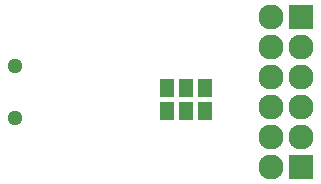
<source format=gbs>
G04 #@! TF.FileFunction,Soldermask,Bot*
%FSLAX46Y46*%
G04 Gerber Fmt 4.6, Leading zero omitted, Abs format (unit mm)*
G04 Created by KiCad (PCBNEW 4.0.1-product) date Wed 24 Feb 2016 04:31:22 PM PST*
%MOMM*%
G01*
G04 APERTURE LIST*
%ADD10C,0.100000*%
%ADD11R,1.150000X1.600000*%
%ADD12C,1.299160*%
%ADD13O,2.127200X2.127200*%
%ADD14R,2.127200X2.127200*%
G04 APERTURE END LIST*
D10*
D11*
X87700000Y-48650000D03*
X87700000Y-50550000D03*
X89300000Y-48650000D03*
X89300000Y-50550000D03*
X90900000Y-48650000D03*
X90900000Y-50550000D03*
D12*
X74850900Y-46800360D03*
X74850900Y-51199640D03*
D13*
X96460000Y-55330000D03*
D14*
X99000000Y-55330000D03*
D13*
X96460000Y-52790000D03*
X99000000Y-52790000D03*
X96460000Y-50250000D03*
X99000000Y-50250000D03*
X96460000Y-47710000D03*
X99000000Y-47710000D03*
X96460000Y-45170000D03*
X99000000Y-45170000D03*
X96460000Y-42630000D03*
D14*
X99000000Y-42630000D03*
M02*

</source>
